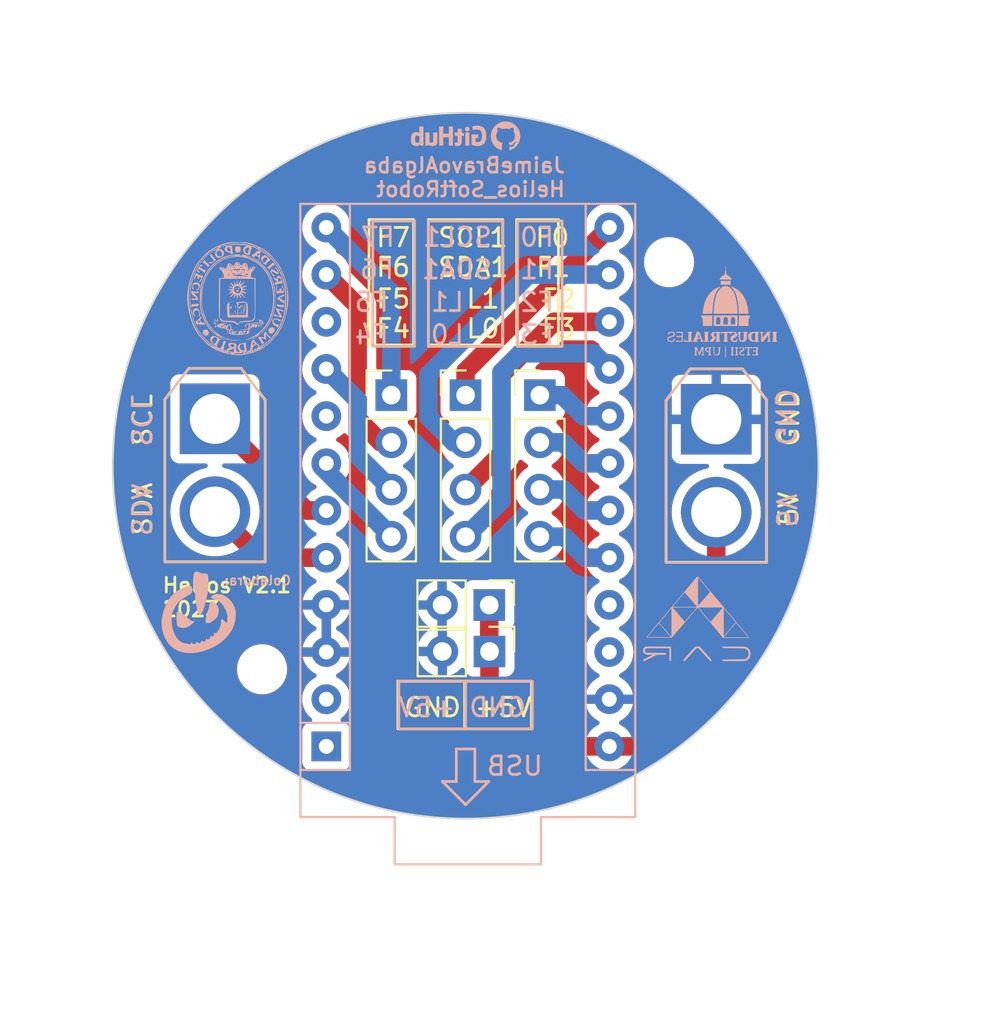
<source format=kicad_pcb>
(kicad_pcb (version 20221018) (generator pcbnew)
  (layers (0 "F.Cu" signal) (31 "B.Cu" signal) (34 "B.Paste" user) (35 "F.Paste" user) (36 "B.SilkS" user "B.Silkscreen") (37 "F.SilkS" user "F.Silkscreen") (38 "B.Mask" user) (39 "F.Mask" user) (44 "Edge.Cuts" user))
  (net 0 "")
  (net 1 "F0")
  (net 2 "F1")
  (net 3 "F2")
  (net 4 "F3")
  (net 5 "F4")
  (net 6 "F5")
  (net 7 "F6")
  (net 8 "F7")
  (net 9 "GND")
  (net 10 "+5V")
  (net 13 "SCL1")
  (net 14 "SDA1")
  (net 15 "L1")
  (net 16 "L0")
  (net 19 "SDA")
  (net 20 "SCL")
  (footprint "Connector_PinHeader_2.54mm:PinHeader_1x04_P2.54mm_Vertical" (layer "F.Cu") (at 109 86.2)
    (fp_text reference "J4" hide)
    (fp_text value "Conn_01x04_Pin")
    (pad "1" thru_hole rect (at 0 0) (size 1.7 1.7) (drill 1) (layers "*.Cu" "*.Mask") (net 1 "F0"))
    (pad "2" thru_hole oval (at 0 2.54) (size 1.7 1.7) (drill 1) (layers "*.Cu" "*.Mask") (net 2 "F1"))
    (pad "3" thru_hole oval (at 0 5.08) (size 1.7 1.7) (drill 1) (layers "*.Cu" "*.Mask") (net 3 "F2"))
    (pad "4" thru_hole oval (at 0 7.62) (size 1.7 1.7) (drill 1) (layers "*.Cu" "*.Mask") (net 4 "F3"))
  )
  (footprint "MountingHole:MountingHole_2.2mm_M2" (layer "F.Cu") (at 94.04 100.96)
    (fp_text reference "H1" hide)
    (fp_text value "MountingHole")
    (pad "" np_thru_hole circle (at 0 0) (size 2.2 2.2) (drill 2.2) (layers "*.Cu" "*.Mask"))
  )
  (footprint "Connector_PinHeader_2.54mm:PinHeader_1x04_P2.54mm_Vertical" (layer "F.Cu") (at 101 86.2)
    (fp_text reference "J5" hide)
    (fp_text value "Conn_01x04_Pin")
    (pad "1" thru_hole rect (at 0 0) (size 1.7 1.7) (drill 1) (layers "*.Cu" "*.Mask") (net 8 "F7"))
    (pad "2" thru_hole oval (at 0 2.54) (size 1.7 1.7) (drill 1) (layers "*.Cu" "*.Mask") (net 7 "F6"))
    (pad "3" thru_hole oval (at 0 5.08) (size 1.7 1.7) (drill 1) (layers "*.Cu" "*.Mask") (net 6 "F5"))
    (pad "4" thru_hole oval (at 0 7.62) (size 1.7 1.7) (drill 1) (layers "*.Cu" "*.Mask") (net 5 "F4"))
  )
  (footprint "MountingHole:MountingHole_2.2mm_M2" (layer "F.Cu") (at 115.96 79.04)
    (fp_text reference "H2" hide)
    (fp_text value "MountingHole")
    (pad "" np_thru_hole circle (at 0 0) (size 2.2 2.2) (drill 2.2) (layers "*.Cu" "*.Mask"))
  )
  (footprint "Connector_PinHeader_2.54mm:PinHeader_1x04_P2.54mm_Vertical" (layer "F.Cu") (at 105 86.2)
    (fp_text reference "J6" hide)
    (fp_text value "Conn_01x04_Pin")
    (pad "1" thru_hole rect (at 0 0) (size 1.7 1.7) (drill 1) (layers "*.Cu" "*.Mask") (net 13 "SCL1"))
    (pad "2" thru_hole oval (at 0 2.54) (size 1.7 1.7) (drill 1) (layers "*.Cu" "*.Mask") (net 14 "SDA1"))
    (pad "3" thru_hole oval (at 0 5.08) (size 1.7 1.7) (drill 1) (layers "*.Cu" "*.Mask") (net 15 "L1"))
    (pad "4" thru_hole oval (at 0 7.62) (size 1.7 1.7) (drill 1) (layers "*.Cu" "*.Mask") (net 16 "L0"))
  )
  (footprint "Connector_PinHeader_2.54mm:PinHeader_1x02_P2.54mm_Vertical" (layer "F.Cu") (at 106.29 100 -90)
    (fp_text reference "J7" hide)
    (fp_text value "Conn_01x02_Socket")
    (pad "1" thru_hole rect (at 0 0 270) (size 1.7 1.7) (drill 1) (layers "*.Cu" "*.Mask") (net 10 "+5V"))
    (pad "2" thru_hole oval (at 0 2.54 270) (size 1.7 1.7) (drill 1) (layers "*.Cu" "*.Mask") (net 9 "GND"))
  )
  (footprint "Connector_PinHeader_2.54mm:PinHeader_1x02_P2.54mm_Vertical" (layer "F.Cu") (at 106.275 97.5 -90)
    (fp_text reference "J2" hide)
    (fp_text value "Conn_01x02_Socket")
    (pad "1" thru_hole rect (at 0 0 270) (size 1.7 1.7) (drill 1) (layers "*.Cu" "*.Mask") (net 10 "+5V"))
    (pad "2" thru_hole oval (at 0 2.54 270) (size 1.7 1.7) (drill 1) (layers "*.Cu" "*.Mask") (net 9 "GND"))
  )
  (footprint "LOGO" (layer "B.Cu") (at 118.872 81.8896 180)
    (fp_text reference "G***" hide)
    (fp_text value "LOGO" hide)
  )
  (footprint "Arduino:Sparkfun_Pro_Micro" (layer "B.Cu") (at 112.74 77.17 180)
    (fp_text reference "U1" hide)
    (fp_text value "Sparkfun_Pro_Micro")
    (pad "1" thru_hole rect (at 15.24 -27.94 180) (size 1.6 1.6) (drill 0.8) (layers "*.Cu" "*.Mask"))
    (pad "2" thru_hole oval (at 15.24 -25.4 180) (size 1.6 1.6) (drill 0.8) (layers "*.Cu" "*.Mask"))
    (pad "3" thru_hole oval (at 15.24 -22.86 180) (size 1.6 1.6) (drill 0.8) (layers "*.Cu" "*.Mask") (net 9 "GND"))
    (pad "4" thru_hole oval (at 15.24 -20.32 180) (size 1.6 1.6) (drill 0.8) (layers "*.Cu" "*.Mask") (net 9 "GND"))
    (pad "5" thru_hole oval (at 15.24 -17.78 180) (size 1.6 1.6) (drill 0.8) (layers "*.Cu" "*.Mask") (net 19 "SDA"))
    (pad "6" thru_hole oval (at 15.24 -15.24 180) (size 1.6 1.6) (drill 0.8) (layers "*.Cu" "*.Mask") (net 20 "SCL"))
    (pad "7" thru_hole oval (at 15.24 -12.7 180) (size 1.6 1.6) (drill 0.8) (layers "*.Cu" "*.Mask") (net 5 "F4"))
    (pad "8" thru_hole oval (at 15.24 -10.16 180) (size 1.6 1.6) (drill 0.8) (layers "*.Cu" "*.Mask"))
    (pad "9" thru_hole oval (at 15.24 -7.62 180) (size 1.6 1.6) (drill 0.8) (layers "*.Cu" "*.Mask") (net 6 "F5"))
    (pad "10" thru_hole oval (at 15.24 -5.08 180) (size 1.6 1.6) (drill 0.8) (layers "*.Cu" "*.Mask"))
    (pad "11" thru_hole oval (at 15.24 -2.54 180) (size 1.6 1.6) (drill 0.8) (layers "*.Cu" "*.Mask") (net 7 "F6"))
    (pad "12" thru_hole oval (at 15.24 0 180) (size 1.6 1.6) (drill 0.8) (layers "*.Cu" "*.Mask") (net 8 "F7"))
    (pad "13" thru_hole oval (at 0 0 180) (size 1.6 1.6) (drill 0.8) (layers "*.Cu" "*.Mask") (net 13 "SCL1"))
    (pad "14" thru_hole oval (at 0 -2.54 180) (size 1.6 1.6) (drill 0.8) (layers "*.Cu" "*.Mask") (net 14 "SDA1"))
    (pad "15" thru_hole oval (at 0 -5.08 180) (size 1.6 1.6) (drill 0.8) (layers "*.Cu" "*.Mask") (net 15 "L1"))
    (pad "16" thru_hole oval (at 0 -7.62 180) (size 1.6 1.6) (drill 0.8) (layers "*.Cu" "*.Mask") (net 16 "L0"))
    (pad "17" thru_hole oval (at 0 -10.16 180) (size 1.6 1.6) (drill 0.8) (layers "*.Cu" "*.Mask") (net 1 "F0"))
    (pad "18" thru_hole oval (at 0 -12.7 180) (size 1.6 1.6) (drill 0.8) (layers "*.Cu" "*.Mask") (net 2 "F1"))
    (pad "19" thru_hole oval (at 0 -15.24 180) (size 1.6 1.6) (drill 0.8) (layers "*.Cu" "*.Mask") (net 3 "F2"))
    (pad "20" thru_hole oval (at 0 -17.78 180) (size 1.6 1.6) (drill 0.8) (layers "*.Cu" "*.Mask") (net 4 "F3"))
    (pad "21" thru_hole oval (at 0 -20.32 180) (size 1.6 1.6) (drill 0.8) (layers "*.Cu" "*.Mask"))
    (pad "22" thru_hole oval (at 0 -22.86 180) (size 1.6 1.6) (drill 0.8) (layers "*.Cu" "*.Mask"))
    (pad "23" thru_hole oval (at 0 -25.4 180) (size 1.6 1.6) (drill 0.8) (layers "*.Cu" "*.Mask") (net 9 "GND"))
    (pad "24" thru_hole oval (at 0 -27.94 180) (size 1.6 1.6) (drill 0.8) (layers "*.Cu" "*.Mask") (net 10 "+5V"))
  )
  (footprint "XTConnectors:XT30U-M_1x02_P5.0mm_Vertical" (layer "B.Cu") (at 118.5 87.5 -90)
    (fp_text reference "J1" hide)
    (fp_text value "Conn_01x02_Socket")
    (pad "1" thru_hole rect (at 0 0 270) (size 3.8 3.8) (drill 2.7) (layers "*.Cu" "*.Mask") (net 9 "GND"))
    (pad "2" thru_hole circle (at 5 0 270) (size 3.8 3.8) (drill 2.7) (layers "*.Cu" "*.Mask") (net 10 "+5V"))
  )
  (footprint "LOGO" (layer "B.Cu") (at 117.4496 98.2472 180)
    (fp_text reference "G***" hide)
    (fp_text value "LOGO" hide)
  )
  (footprint "LOGO" (layer "B.Cu") (at 105.0036 72.2376 180)
    (fp_text reference "G***" hide)
    (fp_text value "LOGO" hide)
  )
  (footprint "LOGO" (layer "B.Cu") (at 90.6272 97.8916 180)
    (fp_text reference "G***" hide)
    (fp_text value "LOGO" hide)
  )
  (footprint "LOGO" (layer "B.Cu") (at 92.71 81.026 180)
    (fp_text reference "G***" hide)
    (fp_text value "LOGO" hide)
  )
  (footprint "XTConnectors:XT30U-M_1x02_P5.0mm_Vertical" (layer "B.Cu") (at 91.5 87.475 -90)
    (fp_text reference "J3" hide)
    (fp_text value "Conn_01x02_Socket")
    (pad "1" thru_hole rect (at 0 0 270) (size 3.8 3.8) (drill 2.7) (layers "*.Cu" "*.Mask") (net 20 "SCL"))
    (pad "2" thru_hole circle (at 5 0 270) (size 3.8 3.8) (drill 2.7) (layers "*.Cu" "*.Mask") (net 19 "SDA"))
  )
  (gr_line (start 103 76.825) (end 103 83.575) (stroke (width 0.15)) (layer "B.SilkS"))
  (gr_line (start 104.5 105.25) (end 105.5 105.25) (stroke (width 0.15)) (layer "B.SilkS"))
  (gr_line (start 110.2 76.825) (end 107.8 76.825) (stroke (width 0.15)) (layer "B.SilkS"))
  (gr_line (start 100 83.575) (end 102.25 83.575) (stroke (width 0.15)) (layer "B.SilkS"))
  (gr_line (start 107.8 76.825) (end 107.8 83.575) (stroke (width 0.15)) (layer "B.SilkS"))
  (gr_line (start 104.5 105.25) (end 104.5 107) (stroke (width 0.15)) (layer "B.SilkS"))
  (gr_line (start 102.25 76.825) (end 100 76.825) (stroke (width 0.15)) (layer "B.SilkS"))
  (gr_line (start 100 76.825) (end 100 83.575) (stroke (width 0.15)) (layer "B.SilkS"))
  (gr_line (start 107.8 83.575) (end 110.2 83.575) (stroke (width 0.15)) (layer "B.SilkS"))
  (gr_line (start 105.5 107) (end 106.25 107) (stroke (width 0.15)) (layer "B.SilkS"))
  (gr_line (start 107 76.825) (end 103 76.825) (stroke (width 0.15)) (layer "B.SilkS"))
  (gr_line (start 104.5 107) (end 103.75 107) (stroke (width 0.15)) (layer "B.SilkS"))
  (gr_line (start 103 83.575) (end 107 83.575) (stroke (width 0.15)) (layer "B.SilkS"))
  (gr_rect (start 101.402 101.6) (end 108.598 104.167) (stroke (width 0.15)) (fill none) (layer "B.SilkS"))
  (gr_line (start 105 108.25) (end 103.75 107) (stroke (width 0.15)) (layer "B.SilkS"))
  (gr_line (start 107 83.575) (end 107 76.825) (stroke (width 0.15)) (layer "B.SilkS"))
  (gr_line (start 105.5 105.25) (end 105.5 107) (stroke (width 0.15)) (layer "B.SilkS"))
  (gr_line (start 106.25 107) (end 105 108.25) (stroke (width 0.15)) (layer "B.SilkS"))
  (gr_line (start 105 104.167) (end 105 101.6) (stroke (width 0.15)) (layer "B.SilkS"))
  (gr_line (start 110.2 83.575) (end 110.2 76.825) (stroke (width 0.15)) (layer "B.SilkS"))
  (gr_line (start 102.25 83.575) (end 102.25 76.825) (stroke (width 0.15)) (layer "B.SilkS"))
  (gr_line (start 88.7984 95.1738) (end 94.2086 95.1738) (stroke (width 0.15)) (layer "F.SilkS"))
  (gr_line (start 121.2088 95.1992) (end 121.2088 86.4616) (stroke (width 0.15)) (layer "F.SilkS"))
  (gr_line (start 90.0938 84.7598) (end 88.7984 86.4362) (stroke (width 0.15)) (layer "F.SilkS"))
  (gr_line (start 99.8 83.5) (end 102.2 83.5) (stroke (width 0.15)) (layer "F.SilkS"))
  (gr_line (start 94.2086 95.1738) (end 94.2086 86.4616) (stroke (width 0.15)) (layer "F.SilkS"))
  (gr_line (start 121.2088 86.4616) (end 119.9134 84.7852) (stroke (width 0.15)) (layer "F.SilkS"))
  (gr_line (start 110 83.5) (end 110 76.75) (stroke (width 0.15)) (layer "F.SilkS"))
  (gr_line (start 99.8 76.75) (end 99.8 83.5) (stroke (width 0.15)) (layer "F.SilkS"))
  (gr_line (start 119.9134 84.7852) (end 117.094 84.7852) (stroke (width 0.15)) (layer "F.SilkS"))
  (gr_line (start 102.2 83.5) (end 102.2 76.75) (stroke (width 0.15)) (layer "F.SilkS"))
  (gr_line (start 103 76.75) (end 103 83.5) (stroke (width 0.15)) (layer "F.SilkS"))
  (gr_line (start 117.094 84.7852) (end 115.7986 86.487) (stroke (width 0.15)) (layer "F.SilkS"))
  (gr_line (start 102.2 76.75) (end 99.8 76.75) (stroke (width 0.15)) (layer "F.SilkS"))
  (gr_line (start 94.2086 86.4616) (end 92.9132 84.7598) (stroke (width 0.15)) (layer "F.SilkS"))
  (gr_line (start 104.95 101.6) (end 104.95 104.167) (stroke (width 0.15)) (layer "F.SilkS"))
  (gr_line (start 92.9132 84.7598) (end 90.0938 84.7598) (stroke (width 0.15)) (layer "F.SilkS"))
  (gr_line (start 110 76.75) (end 107.75 76.75) (stroke (width 0.15)) (layer "F.SilkS"))
  (gr_line (start 103 83.5) (end 107 83.5) (stroke (width 0.15)) (layer "F.SilkS"))
  (gr_line (start 107 83.5) (end 107 76.75) (stroke (width 0.15)) (layer "F.SilkS"))
  (gr_line (start 107 76.75) (end 103 76.75) (stroke (width 0.15)) (layer "F.SilkS"))
  (gr_rect (start 101.352 101.6) (end 108.548 104.167) (stroke (width 0.15)) (fill none) (layer "F.SilkS"))
  (gr_line (start 88.7984 86.4362) (end 88.7984 95.1738) (stroke (width 0.15)) (layer "F.SilkS"))
  (gr_line (start 107.75 83.5) (end 110 83.5) (stroke (width 0.15)) (layer "F.SilkS"))
  (gr_line (start 115.7986 95.1992) (end 121.2088 95.1992) (stroke (width 0.15)) (layer "F.SilkS"))
  (gr_line (start 107.75 76.75) (end 107.75 83.5) (stroke (width 0.15)) (layer "F.SilkS"))
  (gr_line (start 115.7986 86.487) (end 115.7986 95.1992) (stroke (width 0.15)) (layer "F.SilkS"))
  (gr_circle (center 105 90) (end 105 71) (stroke (width 0.1)) (fill none) (layer "Edge.Cuts"))
  (gr_text "SCL" (at 86.9188 89.0524 -90) (layer "B.SilkS") (effects (font (size 1 1)) (justify left bottom mirror)))
  (gr_text "5V" (at 121.666 93.4212 -90) (layer "B.SilkS") (effects (font (size 1 1)) (justify left bottom mirror)))
  (gr_text "F1  SDA1  F6" (at 109.85 80.025) (layer "B.SilkS") (effects (font (size 1 1)) (justify left bottom mirror)))
  (gr_text "GND" (at 121.6152 89.0016 -90) (layer "B.SilkS") (effects (font (size 1 1)) (justify left bottom mirror)))
  (gr_text "F2    L1   F5" (at 109.85 81.775) (layer "B.SilkS") (effects (font (size 1 1)) (justify left bottom mirror)))
  (gr_text "GND +5V" (at 108.35 103.6) (layer "B.SilkS") (effects (font (size 1 1)) (justify left bottom mirror)))
  (gr_text "F3    L0   F4" (at 109.85 83.525) (layer "B.SilkS") (effects (font (size 1 1)) (justify left bottom mirror)))
  (gr_text "SDA" (at 86.9188 93.8784 -90) (layer "B.SilkS") (effects (font (size 1 1)) (justify left bottom mirror)))
  (gr_text "Colabora:" (at 95.6564 96.4692) (layer "B.SilkS") (effects (font (size 0.5 0.5) (thickness 0.1) bold) (justify left bottom mirror)))
  (gr_text "JaimeBravoAlgaba\nHelios_SoftRobot" (at 110.4392 74.4728) (layer "B.SilkS") (effects (font (size 0.8 0.8)) (justify left mirror)))
  (gr_text "USB" (at 109.25 106.75) (layer "B.SilkS") (effects (font (size 1 1)) (justify left bottom mirror)))
  (gr_text "F0  SCL1  F7" (at 109.85 78.275) (layer "B.SilkS") (effects (font (size 1 1)) (justify left bottom mirror)))
  (gr_text "F7  SCL1  F0" (at 100.1 78.3) (layer "F.SilkS") (effects (font (size 1 1)) (justify left bottom)))
  (gr_text "F5    L1   F2" (at 100.1 81.6) (layer "F.SilkS") (effects (font (size 1 1)) (justify left bottom)))
  (gr_text "F6  SDA1  F1" (at 100.1 79.9) (layer "F.SilkS") (effects (font (size 1 1)) (justify left bottom)))
  (gr_text "Helios V2.1\n2023" (at 88.5952 98.1964) (layer "F.SilkS") (effects (font (size 0.8 0.8)) (justify left bottom)))
  (gr_text "5V" (at 122.9868 93.3196 90) (layer "F.SilkS") (effects (font (size 1 1)) (justify left bottom)))
  (gr_text "SCL" (at 88.1888 89.0016 90) (layer "F.SilkS") (effects (font (size 1 1)) (justify left bottom)))
  (gr_text "F4    L0   F3" (at 100.1 83.2) (layer "F.SilkS") (effects (font (size 1 1)) (justify left bottom)))
  (gr_text "GND +5V" (at 101.6 103.6) (layer "F.SilkS") (effects (font (size 1 1)) (justify left bottom)))
  (gr_text "GND" (at 123.0376 89.0524 90) (layer "F.SilkS") (effects (font (size 1 1)) (justify left bottom)))
  (gr_text "SDA" (at 88.1888 93.8276 90) (layer "F.SilkS") (effects (font (size 1 1)) (justify left bottom)))
  (segment (start 111.33 87.33) (end 110.2 86.2) (width 1) (layer "B.Cu") (net 1))
  (segment (start 109 86.2) (end 110.2 86.2) (width 1) (layer "B.Cu") (net 1))
  (segment (start 112.74 87.33) (end 111.33 87.33) (width 1) (layer "B.Cu") (net 1))
  (segment (start 109 88.74) (end 110.24 88.74) (width 1) (layer "B.Cu") (net 2))
  (segment (start 111.37 89.87) (end 110.24 88.74) (width 1) (layer "B.Cu") (net 2))
  (segment (start 112.74 89.87) (end 111.37 89.87) (width 1) (layer "B.Cu") (net 2))
  (segment (start 112.74 92.41) (end 111.41 92.41) (width 1) (layer "B.Cu") (net 3))
  (segment (start 109 91.28) (end 110.28 91.28) (width 1) (layer "B.Cu") (net 3))
  (segment (start 111.41 92.41) (end 110.28 91.28) (width 1) (layer "B.Cu") (net 3))
  (segment (start 111.45 94.95) (end 110.32 93.82) (width 1) (layer "B.Cu") (net 4))
  (segment (start 112.74 94.95) (end 111.45 94.95) (width 1) (layer "B.Cu") (net 4))
  (segment (start 109 93.82) (end 110.32 93.82) (width 1) (layer "B.Cu") (net 4))
  (segment (start 101 93.82) (end 101 93.788679) (width 1) (layer "B.Cu") (net 5))
  (segment (start 97.5 90.288679) (end 97.5 89.87) (width 1) (layer "B.Cu") (net 5))
  (segment (start 101 93.788679) (end 97.5 90.288679) (width 1) (layer "B.Cu") (net 5))
  (segment (start 99.187 89.467) (end 99.187 86.477) (width 1) (layer "B.Cu") (net 6))
  (segment (start 99.187 86.477) (end 97.5 84.79) (width 1) (layer "B.Cu") (net 6))
  (segment (start 101 91.28) (end 99.187 89.467) (width 1) (layer "B.Cu") (net 6))
  (segment (start 101 88.74) (end 100.44 88.74) (width 1) (layer "F.Cu") (net 7))
  (segment (start 99.187 87.487) (end 99.187 81.397) (width 1) (layer "F.Cu") (net 7))
  (segment (start 99.187 81.397) (end 97.5 79.71) (width 1) (layer "F.Cu") (net 7))
  (segment (start 100.44 88.74) (end 99.187 87.487) (width 1) (layer "F.Cu") (net 7))
  (segment (start 101 80.67) (end 97.5 77.17) (width 1) (layer "B.Cu") (net 8))
  (segment (start 101 86.2) (end 101 80.67) (width 1) (layer "B.Cu") (net 8))
  (segment (start 109.11 105.11) (end 112.74 105.11) (width 1) (layer "F.Cu") (net 10))
  (segment (start 118.5 100.8) (end 114.19 105.11) (width 1) (layer "F.Cu") (net 10))
  (segment (start 114.19 105.11) (end 112.74 105.11) (width 1) (layer "F.Cu") (net 10))
  (segment (start 106.29 100) (end 106.29 102.29) (width 1) (layer "F.Cu") (net 10))
  (segment (start 106.29 102.29) (end 109.11 105.11) (width 1) (layer "F.Cu") (net 10))
  (segment (start 106.275 97.5) (end 106.275 99.985) (width 1) (layer "F.Cu") (net 10))
  (segment (start 118.5 92.5) (end 118.5 100.8) (width 1) (layer "F.Cu") (net 10))
  (segment (start 106.275 99.985) (end 106.29 100) (width 1) (layer "F.Cu") (net 10))
  (segment (start 105 84.91) (end 112.74 77.17) (width 1) (layer "F.Cu") (net 13))
  (segment (start 105 86.2) (end 105 84.91) (width 1) (layer "F.Cu") (net 13))
  (segment (start 104.361 88.74) (end 102.997 87.376) (width 1) (layer "B.Cu") (net 14))
  (segment (start 102.997 85.103) (end 108.39 79.71) (width 1) (layer "B.Cu") (net 14))
  (segment (start 108.39 79.71) (end 112.74 79.71) (width 1) (layer "B.Cu") (net 14))
  (segment (start 105 88.74) (end 104.361 88.74) (width 1) (layer "B.Cu") (net 14))
  (segment (start 102.997 87.376) (end 102.997 85.103) (width 1) (layer "B.Cu") (net 14))
  (segment (start 106.934 89.346) (end 106.934 85.09) (width 1) (layer "F.Cu") (net 15))
  (segment (start 106.934 85.09) (end 109.774 82.25) (width 1) (layer "F.Cu") (net 15))
  (segment (start 109.774 82.25) (end 112.74 82.25) (width 1) (layer "F.Cu") (net 15))
  (segment (start 105 91.28) (end 106.934 89.346) (width 1) (layer "F.Cu") (net 15))
  (segment (start 107.95 83.947) (end 111.897 83.947) (width 1) (layer "B.Cu") (net 16))
  (segment (start 111.897 83.947) (end 112.74 84.79) (width 1) (layer "B.Cu") (net 16))
  (segment (start 106.934 91.886) (end 106.934 84.963) (width 1) (layer "B.Cu") (net 16))
  (segment (start 105 93.82) (end 106.934 91.886) (width 1) (layer "B.Cu") (net 16))
  (segment (start 106.934 84.963) (end 107.95 83.947) (width 1) (layer "B.Cu") (net 16))
  (segment (start 97.5 94.95) (end 93.975 94.95) (width 1) (layer "F.Cu") (net 19))
  (segment (start 93.975 94.95) (end 91.5 92.475) (width 1) (layer "F.Cu") (net 19))
  (segment (start 96.435 92.41) (end 91.5 87.475) (width 1) (layer "F.Cu") (net 20))
  (segment (start 97.5 92.41) (end 96.435 92.41) (width 1) (layer "F.Cu") (net 20))
  (zone (net 9) (net_name "GND") (layers "F&B.Cu") (connect_pads (clearance 0.5)) (min_thickness 0.25) (fill yes (thermal_gap 0.5) (thermal_bridge_width 0.5))
    (polygon (pts (xy 127 70) (xy 84 70) (xy 84 110) (xy 127 110)))
  )
)
</source>
